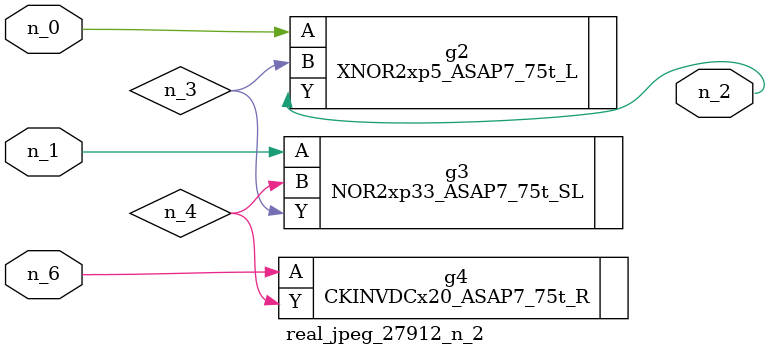
<source format=v>
module real_jpeg_27912_n_2 (n_6, n_1, n_0, n_2);

input n_6;
input n_1;
input n_0;

output n_2;

wire n_4;
wire n_3;

XNOR2xp5_ASAP7_75t_L g2 ( 
.A(n_0),
.B(n_3),
.Y(n_2)
);

NOR2xp33_ASAP7_75t_SL g3 ( 
.A(n_1),
.B(n_4),
.Y(n_3)
);

CKINVDCx20_ASAP7_75t_R g4 ( 
.A(n_6),
.Y(n_4)
);


endmodule
</source>
